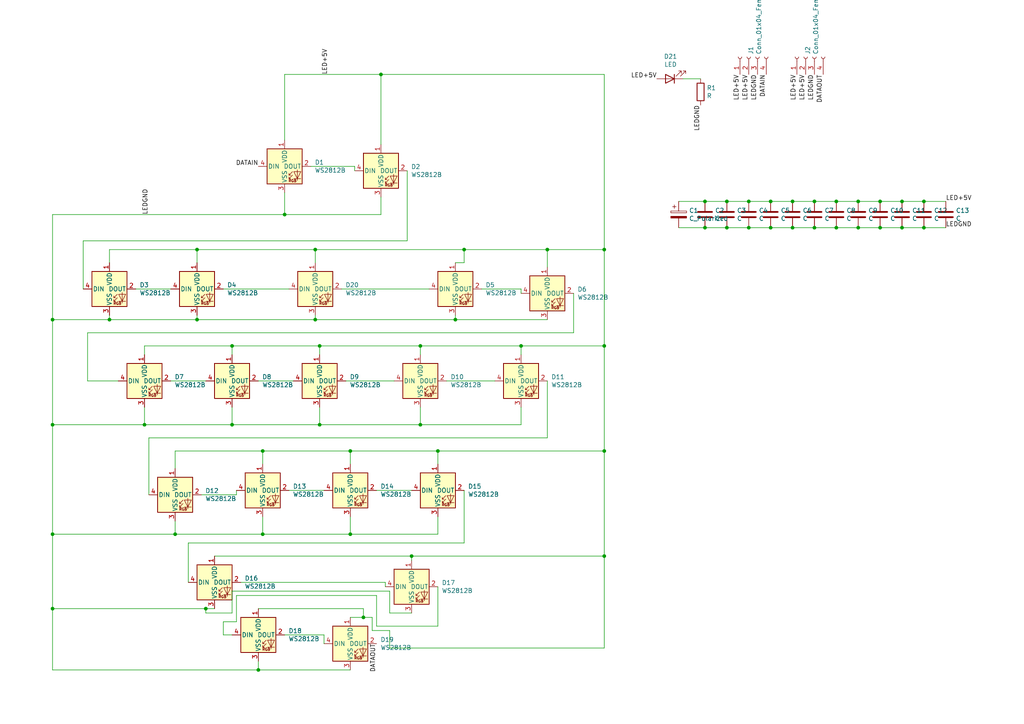
<source format=kicad_sch>
(kicad_sch (version 20211123) (generator eeschema)
  (paper "A4")
  (lib_symbols
    (symbol "Connector:Conn_01x04_Female" (pin_names (offset 1.016) hide)
      (property "Reference" "J" (at 0 5.08 0))
      (property "Value" "Conn_01x04_Female" (at 0 -7.62 0))
      (symbol "Conn_01x04_Female_1_1"
        (arc (start 0 -4.572) (mid -0.508 -5.08) (end 0 -5.588) (stroke (width 0.1524)))
        (arc (start 0 -2.032) (mid -0.508 -2.54) (end 0 -3.048) (stroke (width 0.1524)))
        (polyline (pts (xy -1.27 -5.08) (xy -0.508 -5.08)) (stroke (width 0.1524)))
        (polyline (pts (xy -1.27 -2.54) (xy -0.508 -2.54)) (stroke (width 0.1524)))
        (polyline (pts (xy -1.27 0) (xy -0.508 0)) (stroke (width 0.1524)))
        (polyline (pts (xy -1.27 2.54) (xy -0.508 2.54)) (stroke (width 0.1524)))
        (arc (start 0 0.508) (mid -0.508 0) (end 0 -0.508) (stroke (width 0.1524)))
        (arc (start 0 3.048) (mid -0.508 2.54) (end 0 2.032) (stroke (width 0.1524)))
        (pin passive line (at -5.08 2.54 0) (length 3.81) (name "Pin_1") (number "1"))
        (pin passive line (at -5.08 0 0) (length 3.81) (name "Pin_2") (number "2"))
        (pin passive line (at -5.08 -2.54 0) (length 3.81) (name "Pin_3") (number "3"))
        (pin passive line (at -5.08 -5.08 0) (length 3.81) (name "Pin_4") (number "4"))
      )
    )
    (symbol "Device:C" (pin_numbers hide) (pin_names (offset 0.254))
      (property "Reference" "C" (at 0.635 2.54 0))
      (property "Value" "C" (at 0.635 -2.54 0))
      (symbol "C_0_1"
        (polyline (pts (xy -2.032 -0.762) (xy 2.032 -0.762)) (stroke (width 0.508)))
        (polyline (pts (xy -2.032 0.762) (xy 2.032 0.762)) (stroke (width 0.508)))
      )
      (symbol "C_1_1"
        (pin passive line (at 0 3.81 270) (length 2.794) (name "~") (number "1"))
        (pin passive line (at 0 -3.81 90) (length 2.794) (name "~") (number "2"))
      )
    )
    (symbol "Device:C_Polarized" (pin_numbers hide) (pin_names (offset 0.254))
      (property "Reference" "C" (at 0.635 2.54 0))
      (property "Value" "C_Polarized" (at 0.635 -2.54 0))
      (symbol "C_Polarized_0_1"
        (rectangle (start -2.286 0.508) (end 2.286 1.016))
        (polyline (pts (xy -1.778 2.286) (xy -0.762 2.286)))
        (polyline (pts (xy -1.27 2.794) (xy -1.27 1.778)))
        (rectangle (start 2.286 -0.508) (end -2.286 -1.016) (fill (type outline)))
      )
      (symbol "C_Polarized_1_1"
        (pin passive line (at 0 3.81 270) (length 2.794) (name "~") (number "1"))
        (pin passive line (at 0 -3.81 90) (length 2.794) (name "~") (number "2"))
      )
    )
    (symbol "Device:LED" (pin_numbers hide) (pin_names (offset 1.016) hide)
      (property "Reference" "D" (at 0 2.54 0))
      (property "Value" "LED" (at 0 -2.54 0))
      (symbol "LED_0_1"
        (polyline (pts (xy -1.27 -1.27) (xy -1.27 1.27)) (stroke (width 0.254)))
        (polyline (pts (xy -1.27 0) (xy 1.27 0)))
        (polyline (pts (xy 1.27 -1.27) (xy 1.27 1.27) (xy -1.27 0) (xy 1.27 -1.27)) (stroke (width 0.254)))
        (polyline (pts (xy -3.048 -0.762) (xy -4.572 -2.286) (xy -3.81 -2.286) (xy -4.572 -2.286) (xy -4.572 -1.524)))
        (polyline (pts (xy -1.778 -0.762) (xy -3.302 -2.286) (xy -2.54 -2.286) (xy -3.302 -2.286) (xy -3.302 -1.524)))
      )
      (symbol "LED_1_1"
        (pin passive line (at -3.81 0 0) (length 2.54) (name "K") (number "1"))
        (pin passive line (at 3.81 0 180) (length 2.54) (name "A") (number "2"))
      )
    )
    (symbol "Device:R" (pin_numbers hide) (pin_names (offset 0))
      (property "Reference" "R" (at 2.032 0 90))
      (property "Value" "R" (at 0 0 90))
      (symbol "R_0_1"
        (rectangle (start -1.016 -2.54) (end 1.016 2.54) (stroke (width 0.254)))
      )
      (symbol "R_1_1"
        (pin passive line (at 0 3.81 270) (length 1.27) (name "~") (number "1"))
        (pin passive line (at 0 -3.81 90) (length 1.27) (name "~") (number "2"))
      )
    )
    (symbol "LED:WS2812B" (pin_names (offset 0.254))
      (property "Reference" "D" (at 5.08 5.715 0))
      (property "Value" "WS2812B" (at 1.27 -5.715 0))
      (symbol "WS2812B_0_0"
        (text "RGB" (at 2.286 -4.191 0) (effects (font (size 0.762 0.762))))
      )
      (symbol "WS2812B_0_1"
        (polyline (pts (xy 1.27 -3.556) (xy 1.778 -3.556)))
        (polyline (pts (xy 1.27 -2.54) (xy 1.778 -2.54)))
        (polyline (pts (xy 4.699 -3.556) (xy 2.667 -3.556)))
        (polyline (pts (xy 2.286 -2.54) (xy 1.27 -3.556) (xy 1.27 -3.048)))
        (polyline (pts (xy 2.286 -1.524) (xy 1.27 -2.54) (xy 1.27 -2.032)))
        (polyline (pts (xy 3.683 -1.016) (xy 3.683 -3.556) (xy 3.683 -4.064)))
        (polyline (pts (xy 4.699 -1.524) (xy 2.667 -1.524) (xy 3.683 -3.556) (xy 4.699 -1.524)))
        (rectangle (start 5.08 5.08) (end -5.08 -5.08) (stroke (width 0.254)) (fill (type background)))
      )
      (symbol "WS2812B_1_1"
        (pin power_in line (at 0 7.62 270) (length 2.54) (name "VDD") (number "1"))
        (pin output line (at 7.62 0 180) (length 2.54) (name "DOUT") (number "2"))
        (pin power_in line (at 0 -7.62 90) (length 2.54) (name "VSS") (number "3"))
        (pin input line (at -7.62 0 0) (length 2.54) (name "DIN") (number "4"))
      )
    )
  )
  (junction (at 76.2 154.94))
  (junction (at 175.26 72.39))
  (junction (at 67.31 100.33))
  (junction (at 236.22 66.04))
  (junction (at 255.27 66.04))
  (junction (at 229.87 66.04))
  (junction (at 15.24 92.71))
  (junction (at 267.97 58.42))
  (junction (at 110.49 21.59))
  (junction (at 204.47 58.42))
  (junction (at 134.62 72.39))
  (junction (at 132.08 92.71))
  (junction (at 74.93 194.31))
  (junction (at 210.82 58.42))
  (junction (at 242.57 58.42))
  (junction (at 15.24 176.53))
  (junction (at 217.17 58.42))
  (junction (at 267.97 66.04))
  (junction (at 105.41 179.07))
  (junction (at 119.38 161.29))
  (junction (at 92.71 100.33))
  (junction (at 229.87 58.42))
  (junction (at 57.15 92.71))
  (junction (at 175.26 100.33))
  (junction (at 261.62 66.04))
  (junction (at 223.52 58.42))
  (junction (at 242.57 66.04))
  (junction (at 67.31 123.19))
  (junction (at 57.15 72.39))
  (junction (at 121.92 123.19))
  (junction (at 175.26 130.81))
  (junction (at 236.22 58.42))
  (junction (at 101.6 154.94))
  (junction (at 151.13 100.33))
  (junction (at 101.6 130.81))
  (junction (at 223.52 66.04))
  (junction (at 15.24 123.19))
  (junction (at 261.62 58.42))
  (junction (at 248.92 58.42))
  (junction (at 82.55 62.23))
  (junction (at 255.27 58.42))
  (junction (at 91.44 92.71))
  (junction (at 217.17 66.04))
  (junction (at 50.8 154.94))
  (junction (at 59.69 176.53))
  (junction (at 175.26 161.29))
  (junction (at 210.82 66.04))
  (junction (at 76.2 130.81))
  (junction (at 92.71 123.19))
  (junction (at 158.75 72.39))
  (junction (at 91.44 72.39))
  (junction (at 204.47 66.04))
  (junction (at 121.92 100.33))
  (junction (at 127 130.81))
  (junction (at 15.24 154.94))
  (junction (at 248.92 66.04))
  (junction (at 31.75 92.71))
  (junction (at 41.91 123.19))
  (wire (pts (xy 175.26 21.59) (xy 175.26 72.39)))
  (wire (pts (xy 92.71 100.33) (xy 121.92 100.33)))
  (wire (pts (xy 261.62 66.04) (xy 267.97 66.04)))
  (wire (pts (xy 101.6 149.86) (xy 101.6 154.94)))
  (wire (pts (xy 67.31 171.45) (xy 67.31 177.8)))
  (wire (pts (xy 82.55 21.59) (xy 110.49 21.59)))
  (wire (pts (xy 15.24 194.31) (xy 15.24 176.53)))
  (wire (pts (xy 82.55 21.59) (xy 82.55 40.64)))
  (wire (pts (xy 166.37 85.09) (xy 166.37 96.52)))
  (wire (pts (xy 109.22 172.72) (xy 68.58 172.72)))
  (wire (pts (xy 109.22 142.24) (xy 119.38 142.24)))
  (wire (pts (xy 113.03 182.88) (xy 107.95 182.88)))
  (wire (pts (xy 119.38 162.56) (xy 119.38 161.29)))
  (wire (pts (xy 101.6 194.31) (xy 74.93 194.31)))
  (wire (pts (xy 107.95 179.07) (xy 105.41 179.07)))
  (wire (pts (xy 267.97 66.04) (xy 274.32 66.04)))
  (wire (pts (xy 210.82 66.04) (xy 217.17 66.04)))
  (wire (pts (xy 175.26 130.81) (xy 175.26 161.29)))
  (wire (pts (xy 261.62 58.42) (xy 255.27 58.42)))
  (wire (pts (xy 74.93 176.53) (xy 105.41 176.53)))
  (wire (pts (xy 119.38 161.29) (xy 175.26 161.29)))
  (wire (pts (xy 210.82 58.42) (xy 204.47 58.42)))
  (wire (pts (xy 198.12 22.86) (xy 203.2 22.86)))
  (wire (pts (xy 59.69 177.8) (xy 59.69 176.53)))
  (wire (pts (xy 110.49 21.59) (xy 110.49 41.91)))
  (wire (pts (xy 111.76 168.91) (xy 111.76 170.18)))
  (wire (pts (xy 127 170.18) (xy 127 181.61)))
  (wire (pts (xy 57.15 92.71) (xy 31.75 92.71)))
  (wire (pts (xy 15.24 92.71) (xy 15.24 62.23)))
  (wire (pts (xy 139.7 83.82) (xy 151.13 83.82)))
  (wire (pts (xy 50.8 135.89) (xy 50.8 130.81)))
  (wire (pts (xy 118.11 69.85) (xy 24.13 69.85)))
  (wire (pts (xy 24.13 69.85) (xy 24.13 83.82)))
  (wire (pts (xy 25.4 110.49) (xy 34.29 110.49)))
  (wire (pts (xy 132.08 92.71) (xy 91.44 92.71)))
  (wire (pts (xy 91.44 76.2) (xy 91.44 72.39)))
  (wire (pts (xy 83.82 142.24) (xy 93.98 142.24)))
  (wire (pts (xy 25.4 96.52) (xy 25.4 110.49)))
  (wire (pts (xy 223.52 58.42) (xy 217.17 58.42)))
  (wire (pts (xy 92.71 102.87) (xy 92.71 100.33)))
  (wire (pts (xy 248.92 66.04) (xy 255.27 66.04)))
  (wire (pts (xy 274.32 58.42) (xy 267.97 58.42)))
  (wire (pts (xy 110.49 62.23) (xy 82.55 62.23)))
  (wire (pts (xy 41.91 102.87) (xy 41.91 100.33)))
  (wire (pts (xy 41.91 123.19) (xy 15.24 123.19)))
  (wire (pts (xy 82.55 62.23) (xy 15.24 62.23)))
  (wire (pts (xy 54.61 157.48) (xy 54.61 168.91)))
  (wire (pts (xy 113.03 177.8) (xy 113.03 171.45)))
  (wire (pts (xy 64.77 184.15) (xy 67.31 184.15)))
  (wire (pts (xy 67.31 100.33) (xy 92.71 100.33)))
  (wire (pts (xy 132.08 91.44) (xy 132.08 92.71)))
  (wire (pts (xy 92.71 123.19) (xy 67.31 123.19)))
  (wire (pts (xy 127 130.81) (xy 175.26 130.81)))
  (wire (pts (xy 99.06 83.82) (xy 124.46 83.82)))
  (wire (pts (xy 127 149.86) (xy 127 154.94)))
  (wire (pts (xy 118.11 49.53) (xy 118.11 69.85)))
  (wire (pts (xy 74.93 191.77) (xy 74.93 194.31)))
  (wire (pts (xy 62.23 176.53) (xy 59.69 176.53)))
  (wire (pts (xy 58.42 143.51) (xy 68.58 143.51)))
  (wire (pts (xy 31.75 91.44) (xy 31.75 92.71)))
  (wire (pts (xy 91.44 92.71) (xy 57.15 92.71)))
  (wire (pts (xy 248.92 58.42) (xy 242.57 58.42)))
  (wire (pts (xy 121.92 100.33) (xy 151.13 100.33)))
  (wire (pts (xy 50.8 151.13) (xy 50.8 154.94)))
  (wire (pts (xy 242.57 66.04) (xy 248.92 66.04)))
  (wire (pts (xy 158.75 77.47) (xy 158.75 72.39)))
  (wire (pts (xy 175.26 72.39) (xy 175.26 100.33)))
  (wire (pts (xy 236.22 58.42) (xy 229.87 58.42)))
  (wire (pts (xy 158.75 110.49) (xy 158.75 127)))
  (wire (pts (xy 166.37 96.52) (xy 25.4 96.52)))
  (wire (pts (xy 76.2 130.81) (xy 101.6 130.81)))
  (wire (pts (xy 105.41 179.07) (xy 101.6 179.07)))
  (wire (pts (xy 134.62 76.2) (xy 134.62 72.39)))
  (wire (pts (xy 158.75 92.71) (xy 132.08 92.71)))
  (wire (pts (xy 113.03 187.96) (xy 113.03 182.88)))
  (wire (pts (xy 175.26 100.33) (xy 175.26 130.81)))
  (wire (pts (xy 68.58 143.51) (xy 68.58 142.24)))
  (wire (pts (xy 15.24 176.53) (xy 15.24 154.94)))
  (wire (pts (xy 255.27 58.42) (xy 248.92 58.42)))
  (wire (pts (xy 127 134.62) (xy 127 130.81)))
  (wire (pts (xy 49.53 110.49) (xy 59.69 110.49)))
  (wire (pts (xy 134.62 157.48) (xy 54.61 157.48)))
  (wire (pts (xy 204.47 66.04) (xy 210.82 66.04)))
  (wire (pts (xy 151.13 100.33) (xy 175.26 100.33)))
  (wire (pts (xy 59.69 176.53) (xy 15.24 176.53)))
  (wire (pts (xy 41.91 118.11) (xy 41.91 123.19)))
  (wire (pts (xy 68.58 172.72) (xy 68.58 180.34)))
  (wire (pts (xy 67.31 102.87) (xy 67.31 100.33)))
  (wire (pts (xy 110.49 57.15) (xy 110.49 62.23)))
  (wire (pts (xy 39.37 83.82) (xy 49.53 83.82)))
  (wire (pts (xy 242.57 58.42) (xy 236.22 58.42)))
  (wire (pts (xy 50.8 154.94) (xy 15.24 154.94)))
  (wire (pts (xy 151.13 123.19) (xy 121.92 123.19)))
  (wire (pts (xy 121.92 123.19) (xy 92.71 123.19)))
  (wire (pts (xy 15.24 123.19) (xy 15.24 92.71)))
  (wire (pts (xy 102.87 48.26) (xy 102.87 49.53)))
  (wire (pts (xy 67.31 123.19) (xy 41.91 123.19)))
  (wire (pts (xy 62.23 161.29) (xy 119.38 161.29)))
  (wire (pts (xy 196.85 66.04) (xy 204.47 66.04)))
  (wire (pts (xy 204.47 58.42) (xy 196.85 58.42)))
  (wire (pts (xy 82.55 184.15) (xy 93.98 184.15)))
  (wire (pts (xy 68.58 180.34) (xy 64.77 180.34)))
  (wire (pts (xy 121.92 102.87) (xy 121.92 100.33)))
  (wire (pts (xy 57.15 72.39) (xy 31.75 72.39)))
  (wire (pts (xy 175.26 161.29) (xy 175.26 187.96)))
  (wire (pts (xy 57.15 91.44) (xy 57.15 92.71)))
  (wire (pts (xy 127 154.94) (xy 101.6 154.94)))
  (wire (pts (xy 217.17 66.04) (xy 223.52 66.04)))
  (wire (pts (xy 134.62 142.24) (xy 134.62 157.48)))
  (wire (pts (xy 223.52 66.04) (xy 229.87 66.04)))
  (wire (pts (xy 90.17 48.26) (xy 102.87 48.26)))
  (wire (pts (xy 107.95 182.88) (xy 107.95 179.07)))
  (wire (pts (xy 74.93 110.49) (xy 85.09 110.49)))
  (wire (pts (xy 229.87 66.04) (xy 236.22 66.04)))
  (wire (pts (xy 229.87 58.42) (xy 223.52 58.42)))
  (wire (pts (xy 267.97 58.42) (xy 261.62 58.42)))
  (wire (pts (xy 92.71 118.11) (xy 92.71 123.19)))
  (wire (pts (xy 129.54 110.49) (xy 143.51 110.49)))
  (wire (pts (xy 76.2 154.94) (xy 50.8 154.94)))
  (wire (pts (xy 93.98 184.15) (xy 93.98 186.69)))
  (wire (pts (xy 119.38 177.8) (xy 113.03 177.8)))
  (wire (pts (xy 113.03 171.45) (xy 67.31 171.45)))
  (wire (pts (xy 101.6 134.62) (xy 101.6 130.81)))
  (wire (pts (xy 76.2 149.86) (xy 76.2 154.94)))
  (wire (pts (xy 101.6 130.81) (xy 127 130.81)))
  (wire (pts (xy 101.6 154.94) (xy 76.2 154.94)))
  (wire (pts (xy 109.22 181.61) (xy 109.22 172.72)))
  (wire (pts (xy 67.31 177.8) (xy 59.69 177.8)))
  (wire (pts (xy 134.62 72.39) (xy 158.75 72.39)))
  (wire (pts (xy 127 181.61) (xy 109.22 181.61)))
  (wire (pts (xy 82.55 55.88) (xy 82.55 62.23)))
  (wire (pts (xy 151.13 102.87) (xy 151.13 100.33)))
  (wire (pts (xy 105.41 176.53) (xy 105.41 179.07)))
  (wire (pts (xy 175.26 21.59) (xy 110.49 21.59)))
  (wire (pts (xy 64.77 83.82) (xy 83.82 83.82)))
  (wire (pts (xy 121.92 118.11) (xy 121.92 123.19)))
  (wire (pts (xy 43.18 127) (xy 43.18 143.51)))
  (wire (pts (xy 158.75 127) (xy 43.18 127)))
  (wire (pts (xy 31.75 92.71) (xy 15.24 92.71)))
  (wire (pts (xy 50.8 130.81) (xy 76.2 130.81)))
  (wire (pts (xy 91.44 91.44) (xy 91.44 92.71)))
  (wire (pts (xy 151.13 83.82) (xy 151.13 85.09)))
  (wire (pts (xy 76.2 134.62) (xy 76.2 130.81)))
  (wire (pts (xy 67.31 118.11) (xy 67.31 123.19)))
  (wire (pts (xy 255.27 66.04) (xy 261.62 66.04)))
  (wire (pts (xy 175.26 187.96) (xy 113.03 187.96)))
  (wire (pts (xy 236.22 66.04) (xy 242.57 66.04)))
  (wire (pts (xy 158.75 72.39) (xy 175.26 72.39)))
  (wire (pts (xy 64.77 180.34) (xy 64.77 184.15)))
  (wire (pts (xy 57.15 72.39) (xy 91.44 72.39)))
  (wire (pts (xy 151.13 118.11) (xy 151.13 123.19)))
  (wire (pts (xy 100.33 110.49) (xy 114.3 110.49)))
  (wire (pts (xy 217.17 58.42) (xy 210.82 58.42)))
  (wire (pts (xy 134.62 76.2) (xy 132.08 76.2)))
  (wire (pts (xy 15.24 154.94) (xy 15.24 123.19)))
  (wire (pts (xy 41.91 100.33) (xy 67.31 100.33)))
  (wire (pts (xy 91.44 72.39) (xy 134.62 72.39)))
  (wire (pts (xy 69.85 168.91) (xy 111.76 168.91)))
  (wire (pts (xy 57.15 72.39) (xy 57.15 76.2)))
  (wire (pts (xy 31.75 72.39) (xy 31.75 76.2)))
  (wire (pts (xy 74.93 194.31) (xy 15.24 194.31)))
  (label "LEDGND" (at 43.18 62.23 90))
  (label "LED+5V" (at 217.17 21.59 270))
  (label "LED+5V" (at 214.63 21.59 270))
  (label "LED+5V" (at 274.32 58.42 0))
  (label "LED+5V" (at 95.25 21.59 90))
  (label "LEDGND" (at 236.22 21.59 270))
  (label "DATAOUT" (at 109.22 186.69 270))
  (label "DATAIN" (at 222.25 21.59 270))
  (label "LED+5V" (at 190.5 22.86 180))
  (label "LED+5V" (at 233.68 21.59 270))
  (label "LEDGND" (at 219.71 21.59 270))
  (label "LED+5V" (at 231.14 21.59 270))
  (label "DATAIN" (at 74.93 48.26 180))
  (label "LEDGND" (at 203.2 30.48 270))
  (label "DATAOUT" (at 238.76 21.59 270))
  (label "LEDGND" (at 274.32 66.04 0))
  (symbol (lib_id "LED:WS2812B") (at 82.55 48.26 0) (unit 1)
    (property "Reference" "D1" (at 91.2876 47.0916 0) (effects (justify left)))
    (property "Value" "WS2812B" (at 91.2876 49.403 0) (effects (justify left)))
    (property "Footprint" "LED_SMD:LED_WS2812B_PLCC4_5.0x5.0mm_P3.2mm" (effects hide))
    (property "Datasheet" "https://datasheet.lcsc.com/lcsc/2106062036_Worldsemi-WS2812B-B-W_C2761795.pdf" (effects hide))
  )
  (symbol (lib_id "LED:WS2812B") (at 110.49 49.53 0) (unit 1)
    (property "Reference" "D2" (at 119.2276 48.3616 0) (effects (justify left)))
    (property "Value" "WS2812B" (at 119.2276 50.673 0) (effects (justify left)))
    (property "Footprint" "LED_SMD:LED_WS2812B_PLCC4_5.0x5.0mm_P3.2mm" (effects hide))
    (property "Datasheet" "https://datasheet.lcsc.com/lcsc/2106062036_Worldsemi-WS2812B-B-W_C2761795.pdf" (effects hide))
  )
  (symbol (lib_id "LED:WS2812B") (at 132.08 83.82 0) (unit 1)
    (property "Reference" "D5" (at 140.8176 82.6516 0) (effects (justify left)))
    (property "Value" "WS2812B" (at 140.8176 84.963 0) (effects (justify left)))
    (property "Footprint" "LED_SMD:LED_WS2812B_PLCC4_5.0x5.0mm_P3.2mm" (effects hide))
    (property "Datasheet" "https://datasheet.lcsc.com/lcsc/2106062036_Worldsemi-WS2812B-B-W_C2761795.pdf" (effects hide))
  )
  (symbol (lib_id "LED:WS2812B") (at 158.75 85.09 0) (unit 1)
    (property "Reference" "D6" (at 167.4876 83.9216 0) (effects (justify left)))
    (property "Value" "WS2812B" (at 167.4876 86.233 0) (effects (justify left)))
    (property "Footprint" "LED_SMD:LED_WS2812B_PLCC4_5.0x5.0mm_P3.2mm" (effects hide))
    (property "Datasheet" "https://datasheet.lcsc.com/lcsc/2106062036_Worldsemi-WS2812B-B-W_C2761795.pdf" (effects hide))
  )
  (symbol (lib_id "LED:WS2812B") (at 31.75 83.82 0) (unit 1)
    (property "Reference" "D3" (at 40.4876 82.6516 0) (effects (justify left)))
    (property "Value" "WS2812B" (at 40.4876 84.963 0) (effects (justify left)))
    (property "Footprint" "LED_SMD:LED_WS2812B_PLCC4_5.0x5.0mm_P3.2mm" (effects hide))
    (property "Datasheet" "https://datasheet.lcsc.com/lcsc/2106062036_Worldsemi-WS2812B-B-W_C2761795.pdf" (effects hide))
  )
  (symbol (lib_id "LED:WS2812B") (at 57.15 83.82 0) (unit 1)
    (property "Reference" "D4" (at 65.8876 82.6516 0) (effects (justify left)))
    (property "Value" "WS2812B" (at 65.8876 84.963 0) (effects (justify left)))
    (property "Footprint" "LED_SMD:LED_WS2812B_PLCC4_5.0x5.0mm_P3.2mm" (effects hide))
    (property "Datasheet" "https://datasheet.lcsc.com/lcsc/2106062036_Worldsemi-WS2812B-B-W_C2761795.pdf" (effects hide))
  )
  (symbol (lib_id "LED:WS2812B") (at 41.91 110.49 0) (unit 1)
    (property "Reference" "D7" (at 50.6476 109.3216 0) (effects (justify left)))
    (property "Value" "WS2812B" (at 50.6476 111.633 0) (effects (justify left)))
    (property "Footprint" "LED_SMD:LED_WS2812B_PLCC4_5.0x5.0mm_P3.2mm" (effects hide))
    (property "Datasheet" "https://datasheet.lcsc.com/lcsc/2106062036_Worldsemi-WS2812B-B-W_C2761795.pdf" (effects hide))
  )
  (symbol (lib_id "LED:WS2812B") (at 67.31 110.49 0) (unit 1)
    (property "Reference" "D8" (at 76.0476 109.3216 0) (effects (justify left)))
    (property "Value" "WS2812B" (at 76.0476 111.633 0) (effects (justify left)))
    (property "Footprint" "LED_SMD:LED_WS2812B_PLCC4_5.0x5.0mm_P3.2mm" (effects hide))
    (property "Datasheet" "https://datasheet.lcsc.com/lcsc/2106062036_Worldsemi-WS2812B-B-W_C2761795.pdf" (effects hide))
  )
  (symbol (lib_id "LED:WS2812B") (at 92.71 110.49 0) (unit 1)
    (property "Reference" "D9" (at 101.4476 109.3216 0) (effects (justify left)))
    (property "Value" "WS2812B" (at 101.4476 111.633 0) (effects (justify left)))
    (property "Footprint" "LED_SMD:LED_WS2812B_PLCC4_5.0x5.0mm_P3.2mm" (effects hide))
    (property "Datasheet" "https://datasheet.lcsc.com/lcsc/2106062036_Worldsemi-WS2812B-B-W_C2761795.pdf" (effects hide))
  )
  (symbol (lib_id "LED:WS2812B") (at 121.92 110.49 0) (unit 1)
    (property "Reference" "D10" (at 130.6576 109.3216 0) (effects (justify left)))
    (property "Value" "WS2812B" (at 130.6576 111.633 0) (effects (justify left)))
    (property "Footprint" "LED_SMD:LED_WS2812B_PLCC4_5.0x5.0mm_P3.2mm" (effects hide))
    (property "Datasheet" "https://datasheet.lcsc.com/lcsc/2106062036_Worldsemi-WS2812B-B-W_C2761795.pdf" (effects hide))
  )
  (symbol (lib_id "LED:WS2812B") (at 151.13 110.49 0) (unit 1)
    (property "Reference" "D11" (at 159.8676 109.3216 0) (effects (justify left)))
    (property "Value" "WS2812B" (at 159.8676 111.633 0) (effects (justify left)))
    (property "Footprint" "LED_SMD:LED_WS2812B_PLCC4_5.0x5.0mm_P3.2mm" (effects hide))
    (property "Datasheet" "https://datasheet.lcsc.com/lcsc/2106062036_Worldsemi-WS2812B-B-W_C2761795.pdf" (effects hide))
  )
  (symbol (lib_id "LED:WS2812B") (at 50.8 143.51 0) (unit 1)
    (property "Reference" "D12" (at 59.5376 142.3416 0) (effects (justify left)))
    (property "Value" "WS2812B" (at 59.5376 144.653 0) (effects (justify left)))
    (property "Footprint" "LED_SMD:LED_WS2812B_PLCC4_5.0x5.0mm_P3.2mm" (effects hide))
    (property "Datasheet" "https://datasheet.lcsc.com/lcsc/2106062036_Worldsemi-WS2812B-B-W_C2761795.pdf" (effects hide))
  )
  (symbol (lib_id "LED:WS2812B") (at 76.2 142.24 0) (unit 1)
    (property "Reference" "D13" (at 84.9376 141.0716 0) (effects (justify left)))
    (property "Value" "WS2812B" (at 84.9376 143.383 0) (effects (justify left)))
    (property "Footprint" "LED_SMD:LED_WS2812B_PLCC4_5.0x5.0mm_P3.2mm" (effects hide))
    (property "Datasheet" "https://datasheet.lcsc.com/lcsc/2106062036_Worldsemi-WS2812B-B-W_C2761795.pdf" (effects hide))
  )
  (symbol (lib_id "LED:WS2812B") (at 101.6 142.24 0) (unit 1)
    (property "Reference" "D14" (at 110.3376 141.0716 0) (effects (justify left)))
    (property "Value" "WS2812B" (at 110.3376 143.383 0) (effects (justify left)))
    (property "Footprint" "LED_SMD:LED_WS2812B_PLCC4_5.0x5.0mm_P3.2mm" (effects hide))
    (property "Datasheet" "https://datasheet.lcsc.com/lcsc/2106062036_Worldsemi-WS2812B-B-W_C2761795.pdf" (effects hide))
  )
  (symbol (lib_id "LED:WS2812B") (at 127 142.24 0) (unit 1)
    (property "Reference" "D15" (at 135.7376 141.0716 0) (effects (justify left)))
    (property "Value" "WS2812B" (at 135.7376 143.383 0) (effects (justify left)))
    (property "Footprint" "LED_SMD:LED_WS2812B_PLCC4_5.0x5.0mm_P3.2mm" (effects hide))
    (property "Datasheet" "https://datasheet.lcsc.com/lcsc/2106062036_Worldsemi-WS2812B-B-W_C2761795.pdf" (effects hide))
  )
  (symbol (lib_id "LED:WS2812B") (at 62.23 168.91 0) (unit 1)
    (property "Reference" "D16" (at 70.9676 167.7416 0) (effects (justify left)))
    (property "Value" "WS2812B" (at 70.9676 170.053 0) (effects (justify left)))
    (property "Footprint" "LED_SMD:LED_WS2812B_PLCC4_5.0x5.0mm_P3.2mm" (effects hide))
    (property "Datasheet" "https://datasheet.lcsc.com/lcsc/2106062036_Worldsemi-WS2812B-B-W_C2761795.pdf" (effects hide))
  )
  (symbol (lib_id "LED:WS2812B") (at 74.93 184.15 0) (unit 1)
    (property "Reference" "D18" (at 83.6676 182.9816 0) (effects (justify left)))
    (property "Value" "WS2812B" (at 83.6676 185.293 0) (effects (justify left)))
    (property "Footprint" "LED_SMD:LED_WS2812B_PLCC4_5.0x5.0mm_P3.2mm" (effects hide))
    (property "Datasheet" "https://datasheet.lcsc.com/lcsc/2106062036_Worldsemi-WS2812B-B-W_C2761795.pdf" (effects hide))
  )
  (symbol (lib_id "LED:WS2812B") (at 101.6 186.69 0) (unit 1)
    (property "Reference" "D19" (at 110.3376 185.5216 0) (effects (justify left)))
    (property "Value" "WS2812B" (at 110.3376 187.833 0) (effects (justify left)))
    (property "Footprint" "LED_SMD:LED_WS2812B_PLCC4_5.0x5.0mm_P3.2mm" (effects hide))
    (property "Datasheet" "https://datasheet.lcsc.com/lcsc/2106062036_Worldsemi-WS2812B-B-W_C2761795.pdf" (effects hide))
  )
  (symbol (lib_id "LED:WS2812B") (at 119.38 170.18 0) (unit 1)
    (property "Reference" "D17" (at 128.1176 169.0116 0) (effects (justify left)))
    (property "Value" "WS2812B" (at 128.1176 171.323 0) (effects (justify left)))
    (property "Footprint" "LED_SMD:LED_WS2812B_PLCC4_5.0x5.0mm_P3.2mm" (effects hide))
    (property "Datasheet" "https://datasheet.lcsc.com/lcsc/2106062036_Worldsemi-WS2812B-B-W_C2761795.pdf" (effects hide))
  )
  (symbol (lib_id "LED:WS2812B") (at 91.44 83.82 0) (unit 1)
    (property "Reference" "D20" (at 100.1776 82.6516 0) (effects (justify left)))
    (property "Value" "WS2812B" (at 100.1776 84.963 0) (effects (justify left)))
    (property "Footprint" "LED_SMD:LED_WS2812B_PLCC4_5.0x5.0mm_P3.2mm" (effects hide))
    (property "Datasheet" "https://datasheet.lcsc.com/lcsc/2106062036_Worldsemi-WS2812B-B-W_C2761795.pdf" (effects hide))
  )
  (symbol (lib_id "Device:LED") (at 194.31 22.86 180) (unit 1)
    (property "Reference" "D21" (at 194.4878 16.383 0))
    (property "Value" "LED" (at 194.4878 18.6944 0))
    (property "Footprint" "LED_THT:LED_D3.0mm" (effects hide))
  )
  (symbol (lib_id "Device:R") (at 203.2 26.67 0) (unit 1)
    (property "Reference" "R1" (at 204.978 25.5016 0) (effects (justify left)))
    (property "Value" "R" (at 204.978 27.813 0) (effects (justify left)))
    (property "Footprint" "Resistor_SMD:R_0603_1608Metric" (effects hide))
    (property "Datasheet" "https://datasheet.lcsc.com/lcsc/2206010116_UNI-ROYAL-Uniroyal-Elec-0603WAF4700T5E_C23179.pdf" (effects hide))
  )
  (symbol (lib_id "Device:C") (at 204.47 62.23 0) (unit 1)
    (property "Reference" "C2" (at 207.391 61.0616 0) (effects (justify left)))
    (property "Value" "C" (at 207.391 63.373 0) (effects (justify left)))
    (property "Footprint" "Capacitor_SMD:C_0603_1608Metric" (effects hide))
    (property "Datasheet" "https://datasheet.lcsc.com/lcsc/1809301912_YAGEO-CC0603KRX7R9BB104_C14663.pdf" (effects hide))
  )
  (symbol (lib_id "Device:C") (at 210.82 62.23 0) (unit 1)
    (property "Reference" "C3" (at 213.741 61.0616 0) (effects (justify left)))
    (property "Value" "C" (at 213.741 63.373 0) (effects (justify left)))
    (property "Footprint" "Capacitor_SMD:C_0603_1608Metric" (effects hide))
    (property "Datasheet" "https://datasheet.lcsc.com/lcsc/1809301912_YAGEO-CC0603KRX7R9BB104_C14663.pdf" (effects hide))
  )
  (symbol (lib_id "Device:C") (at 217.17 62.23 0) (unit 1)
    (property "Reference" "C4" (at 220.091 61.0616 0) (effects (justify left)))
    (property "Value" "C" (at 220.091 63.373 0) (effects (justify left)))
    (property "Footprint" "Capacitor_SMD:C_0603_1608Metric" (effects hide))
    (property "Datasheet" "https://datasheet.lcsc.com/lcsc/1809301912_YAGEO-CC0603KRX7R9BB104_C14663.pdf" (effects hide))
  )
  (symbol (lib_id "Device:C") (at 223.52 62.23 0) (unit 1)
    (property "Reference" "C5" (at 226.441 61.0616 0) (effects (justify left)))
    (property "Value" "C" (at 226.441 63.373 0) (effects (justify left)))
    (property "Footprint" "Capacitor_SMD:C_0603_1608Metric" (effects hide))
    (property "Datasheet" "https://datasheet.lcsc.com/lcsc/1809301912_YAGEO-CC0603KRX7R9BB104_C14663.pdf" (effects hide))
  )
  (symbol (lib_id "Device:C") (at 229.87 62.23 0) (unit 1)
    (property "Reference" "C6" (at 232.791 61.0616 0) (effects (justify left)))
    (property "Value" "C" (at 232.791 63.373 0) (effects (justify left)))
    (property "Footprint" "Capacitor_SMD:C_0603_1608Metric" (effects hide))
    (property "Datasheet" "https://datasheet.lcsc.com/lcsc/1809301912_YAGEO-CC0603KRX7R9BB104_C14663.pdf" (effects hide))
  )
  (symbol (lib_id "Device:C") (at 236.22 62.23 0) (unit 1)
    (property "Reference" "C7" (at 239.141 61.0616 0) (effects (justify left)))
    (property "Value" "C" (at 239.141 63.373 0) (effects (justify left)))
    (property "Footprint" "Capacitor_SMD:C_0603_1608Metric" (effects hide))
    (property "Datasheet" "https://datasheet.lcsc.com/lcsc/1809301912_YAGEO-CC0603KRX7R9BB104_C14663.pdf" (effects hide))
  )
  (symbol (lib_id "Device:C") (at 242.57 62.23 0) (unit 1)
    (property "Reference" "C8" (at 245.491 61.0616 0) (effects (justify left)))
    (property "Value" "C" (at 245.491 63.373 0) (effects (justify left)))
    (property "Footprint" "Capacitor_SMD:C_0603_1608Metric" (effects hide))
    (property "Datasheet" "https://datasheet.lcsc.com/lcsc/1809301912_YAGEO-CC0603KRX7R9BB104_C14663.pdf" (effects hide))
  )
  (symbol (lib_id "Device:C") (at 248.92 62.23 0) (unit 1)
    (property "Reference" "C9" (at 251.841 61.0616 0) (effects (justify left)))
    (property "Value" "C" (at 251.841 63.373 0) (effects (justify left)))
    (property "Footprint" "Capacitor_SMD:C_0603_1608Metric" (effects hide))
    (property "Datasheet" "https://datasheet.lcsc.com/lcsc/1809301912_YAGEO-CC0603KRX7R9BB104_C14663.pdf" (effects hide))
  )
  (symbol (lib_id "Device:C") (at 255.27 62.23 0) (unit 1)
    (property "Reference" "C10" (at 258.191 61.0616 0) (effects (justify left)))
    (property "Value" "C" (at 258.191 63.373 0) (effects (justify left)))
    (property "Footprint" "Capacitor_SMD:C_0603_1608Metric" (effects hide))
    (property "Datasheet" "https://datasheet.lcsc.com/lcsc/1809301912_YAGEO-CC0603KRX7R9BB104_C14663.pdf" (effects hide))
  )
  (symbol (lib_id "Device:C") (at 261.62 62.23 0) (unit 1)
    (property "Reference" "C11" (at 264.541 61.0616 0) (effects (justify left)))
    (property "Value" "C" (at 264.541 63.373 0) (effects (justify left)))
    (property "Footprint" "Capacitor_SMD:C_0603_1608Metric" (effects hide))
    (property "Datasheet" "https://datasheet.lcsc.com/lcsc/1809301912_YAGEO-CC0603KRX7R9BB104_C14663.pdf" (effects hide))
  )
  (symbol (lib_id "Device:C") (at 267.97 62.23 0) (unit 1)
    (property "Reference" "C12" (at 270.891 61.0616 0) (effects (justify left)))
    (property "Value" "C" (at 270.891 63.373 0) (effects (justify left)))
    (property "Footprint" "Capacitor_SMD:C_0603_1608Metric" (effects hide))
    (property "Datasheet" "https://datasheet.lcsc.com/lcsc/1809301912_YAGEO-CC0603KRX7R9BB104_C14663.pdf" (effects hide))
  )
  (symbol (lib_id "Device:C") (at 274.32 62.23 0) (unit 1)
    (property "Reference" "C13" (at 277.241 61.0616 0) (effects (justify left)))
    (property "Value" "C" (at 277.241 63.373 0) (effects (justify left)))
    (property "Footprint" "Capacitor_SMD:C_0603_1608Metric" (effects hide))
    (property "Datasheet" "https://datasheet.lcsc.com/lcsc/1809301912_YAGEO-CC0603KRX7R9BB104_C14663.pdf" (effects hide))
  )
  (symbol (lib_id "Connector:Conn_01x04_Female") (at 217.17 16.51 90) (unit 1)
    (property "Reference" "J1" (at 217.7796 15.7988 0) (effects (justify left)))
    (property "Value" "Conn_01x04_Female" (at 220.091 15.7988 0) (effects (justify left)))
    (property "Footprint" "OH_Backlighting:Molex_Mini-Fit_Jr_5566-04A_2x02_P4.20mm_Vertical" (effects hide))
    (property "Datasheet" "https://www.molex.com/molex/search/partSearch?query=39281043&pQuery=" (effects hide))
  )
  (symbol (lib_id "Connector:Conn_01x04_Female") (at 233.68 16.51 90) (unit 1)
    (property "Reference" "J2" (at 234.2896 15.7988 0) (effects (justify left)))
    (property "Value" "Conn_01x04_Female" (at 236.601 15.7988 0) (effects (justify left)))
    (property "Footprint" "OH_Backlighting:Molex_Mini-Fit_Jr_5566-04A_2x02_P4.20mm_Vertical" (effects hide))
    (property "Datasheet" "https://www.molex.com/molex/search/partSearch?query=39281043&pQuery=" (effects hide))
  )
  (symbol (lib_id "Device:C_Polarized") (at 196.85 62.23 0) (unit 1)
    (property "Reference" "C1" (at 199.8472 61.0616 0) (effects (justify left)))
    (property "Value" "C_Polarized" (at 199.8472 63.373 0) (effects (justify left)))
    (property "Footprint" "Capacitor_SMD:CP_Elec_8x10" (effects hide))
    (property "Datasheet" "https://www.vishay.com/docs/28395/150crz.pdf" (effects hide))
  )
)
</source>
